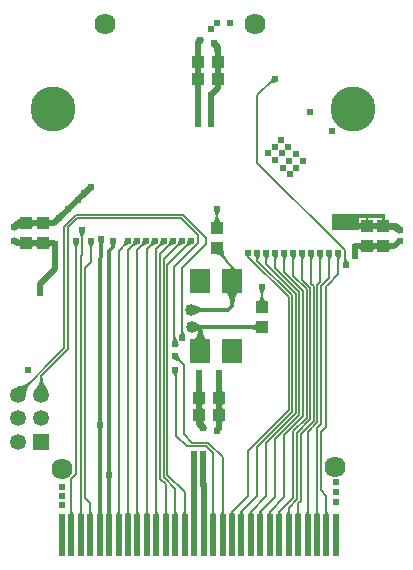
<source format=gbl>
%FSLAX24Y24*%
%MOIN*%
G70*
G01*
G75*
G04 Layer_Physical_Order=4*
G04 Layer_Color=16711680*
%ADD10C,0.0060*%
%ADD11C,0.0100*%
%ADD12C,0.0140*%
%ADD13C,0.0200*%
%ADD14R,0.0197X0.1417*%
%ADD15R,0.0433X0.0394*%
%ADD16R,0.0276X0.0571*%
%ADD17R,0.0394X0.0433*%
%ADD18R,0.0400X0.1000*%
G04:AMPARAMS|DCode=19|XSize=31.5mil|YSize=74.8mil|CornerRadius=0mil|HoleSize=0mil|Usage=FLASHONLY|Rotation=135.000|XOffset=0mil|YOffset=0mil|HoleType=Round|Shape=Round|*
%AMOVALD19*
21,1,0.0433,0.0315,0.0000,0.0000,225.0*
1,1,0.0315,0.0153,0.0153*
1,1,0.0315,-0.0153,-0.0153*
%
%ADD19OVALD19*%

G04:AMPARAMS|DCode=20|XSize=31.5mil|YSize=74.8mil|CornerRadius=0mil|HoleSize=0mil|Usage=FLASHONLY|Rotation=45.000|XOffset=0mil|YOffset=0mil|HoleType=Round|Shape=Round|*
%AMOVALD20*
21,1,0.0433,0.0315,0.0000,0.0000,135.0*
1,1,0.0315,0.0153,-0.0153*
1,1,0.0315,-0.0153,0.0153*
%
%ADD20OVALD20*%

G04:AMPARAMS|DCode=21|XSize=39.4mil|YSize=43.3mil|CornerRadius=0mil|HoleSize=0mil|Usage=FLASHONLY|Rotation=45.000|XOffset=0mil|YOffset=0mil|HoleType=Round|Shape=Rectangle|*
%AMROTATEDRECTD21*
4,1,4,0.0014,-0.0292,-0.0292,0.0014,-0.0014,0.0292,0.0292,-0.0014,0.0014,-0.0292,0.0*
%
%ADD21ROTATEDRECTD21*%

%ADD22C,0.0705*%
%ADD23R,0.0530X0.0530*%
%ADD24C,0.0530*%
%ADD25C,0.0240*%
%ADD26C,0.0400*%
%ADD27C,0.1500*%
%ADD28C,0.0400*%
G04:AMPARAMS|DCode=29|XSize=94mil|YSize=94mil|CornerRadius=0mil|HoleSize=0mil|Usage=FLASHONLY|Rotation=0.000|XOffset=0mil|YOffset=0mil|HoleType=Round|Shape=Relief|Width=8mil|Gap=10mil|Entries=4|*
%AMTHD29*
7,0,0,0.0940,0.0740,0.0080,45*
%
%ADD29THD29*%
%ADD30C,0.0780*%
%ADD31C,0.0594*%
G04:AMPARAMS|DCode=32|XSize=75.433mil|YSize=75.433mil|CornerRadius=0mil|HoleSize=0mil|Usage=FLASHONLY|Rotation=0.000|XOffset=0mil|YOffset=0mil|HoleType=Round|Shape=Relief|Width=8mil|Gap=10mil|Entries=4|*
%AMTHD32*
7,0,0,0.0754,0.0554,0.0080,45*
%
%ADD32THD32*%
%ADD33C,0.0320*%
%ADD34C,0.0440*%
%ADD35R,0.0669X0.0827*%
G36*
X11550Y7361D02*
X11540D01*
Y7085D01*
X11460D01*
Y7361D01*
X11243D01*
D01*
D01*
X11243Y7361D01*
X11207D01*
Y7361D01*
X10990D01*
Y7085D01*
X10950D01*
Y7045D01*
X10693D01*
Y6950D01*
X9800D01*
Y7500D01*
X11550D01*
Y7361D01*
D02*
G37*
%LPC*%
G36*
X10910D02*
X10693D01*
Y7125D01*
X10910D01*
Y7361D01*
D02*
G37*
%LPD*%
D10*
X10064Y6136D02*
G03*
X10000Y5983I154J-154D01*
G01*
D02*
G03*
X9936Y6136I-217J0D01*
G01*
X6014Y7586D02*
G03*
X5950Y7433I154J-154D01*
G01*
D02*
G03*
X5886Y7586I-217J0D01*
G01*
X7514Y4986D02*
G03*
X7450Y4833I154J-154D01*
G01*
D02*
G03*
X7386Y4986I-217J0D01*
G01*
X9464Y6136D02*
G03*
X9400Y5983I154J-154D01*
G01*
D02*
G03*
X9336Y6136I-217J0D01*
G01*
X9164D02*
G03*
X9100Y5983I154J-154D01*
G01*
D02*
G03*
X9036Y6136I-217J0D01*
G01*
X8864D02*
G03*
X8800Y5983I154J-154D01*
G01*
D02*
G03*
X8736Y6136I-217J0D01*
G01*
X8564D02*
G03*
X8500Y5983I154J-154D01*
G01*
D02*
G03*
X8436Y6136I-217J0D01*
G01*
X8264D02*
G03*
X8200Y5983I154J-154D01*
G01*
D02*
G03*
X8136Y6136I-217J0D01*
G01*
X7964D02*
G03*
X7900Y5983I154J-154D01*
G01*
D02*
G03*
X7836Y6136I-217J0D01*
G01*
X7664D02*
G03*
X7600Y5983I154J-154D01*
G01*
D02*
G03*
X7536Y6136I-217J0D01*
G01*
X7364D02*
G03*
X7300Y5983I154J-154D01*
G01*
D02*
G03*
X7236Y6136I-217J0D01*
G01*
X5100Y6510D02*
G03*
X4946Y6446I0J-217D01*
G01*
X4946Y6446D02*
G03*
X5010Y6600I-154J154D01*
G01*
X4800Y6510D02*
G03*
X4646Y6446I0J-217D01*
G01*
X4646Y6446D02*
G03*
X4710Y6600I-154J154D01*
G01*
X4500Y6510D02*
G03*
X4346Y6446I0J-217D01*
G01*
X4346Y6446D02*
G03*
X4410Y6600I-154J154D01*
G01*
X4200Y6510D02*
G03*
X4046Y6446I0J-217D01*
G01*
X4046Y6446D02*
G03*
X4110Y6600I-154J154D01*
G01*
X3900Y6510D02*
G03*
X3746Y6446I0J-217D01*
G01*
X3746Y6446D02*
G03*
X3810Y6600I-154J154D01*
G01*
X3600Y6510D02*
G03*
X3446Y6446I0J-217D01*
G01*
X3446Y6446D02*
G03*
X3510Y6600I-154J154D01*
G01*
X3300Y6510D02*
G03*
X3146Y6446I0J-217D01*
G01*
X3146Y6446D02*
G03*
X3210Y6600I-154J154D01*
G01*
X3000Y6510D02*
G03*
X2846Y6446I0J-217D01*
G01*
X2846Y6446D02*
G03*
X2910Y6600I-154J154D01*
G01*
X9764Y6136D02*
G03*
X9700Y5983I154J-154D01*
G01*
D02*
G03*
X9636Y6136I-217J0D01*
G01*
X7900Y11970D02*
G03*
X7757Y11911I0J-202D01*
G01*
X7900Y11910D02*
G03*
X7655Y11809I0J-346D01*
G01*
X7784Y11938D02*
G03*
X7810Y12000I-62J62D01*
G01*
X1314Y6536D02*
G03*
X1243Y6365I172J-172D01*
G01*
Y6401D02*
G03*
X1186Y6536I-192J0D01*
G01*
X1514Y6886D02*
G03*
X1450Y6733I154J-154D01*
G01*
D02*
G03*
X1386Y6886I-217J0D01*
G01*
X1814Y6536D02*
G03*
X1750Y6383I154J-154D01*
G01*
D02*
G03*
X1686Y6536I-217J0D01*
G01*
X4736Y3414D02*
G03*
X4800Y3567I-154J154D01*
G01*
D02*
G03*
X4864Y3414I217J0D01*
G01*
X4486Y3214D02*
G03*
X4530Y3319I-105J105D01*
G01*
Y3271D02*
G03*
X4571Y3171I141J0D01*
G01*
X4530Y3416D02*
G03*
X4614Y3214I286J0D01*
G01*
X4600Y2107D02*
G03*
X4529Y2279I-243J0D01*
G01*
X4600Y1962D02*
G03*
X4486Y2236I-388J0D01*
G01*
X4640Y2750D02*
G03*
X4704Y2596I217J0D01*
G01*
X4704Y2596D02*
G03*
X4550Y2660I-154J-154D01*
G01*
X10186Y5864D02*
G03*
X10210Y5921I-57J57D01*
G01*
Y5969D02*
G03*
X10271Y5821I209J0D01*
G01*
X10210Y6114D02*
G03*
X10314Y5864I354J0D01*
G01*
X7374Y4480D02*
G03*
X7450Y4662I-182J182D01*
G01*
X7332Y4522D02*
G03*
X7450Y4807I-285J285D01*
G01*
Y4662D02*
G03*
X7526Y4480I258J0D01*
G01*
X7450Y4807D02*
G03*
X7568Y4522I403J0D01*
G01*
X5874Y7130D02*
G03*
X5950Y7312I-182J182D01*
G01*
X5832Y7172D02*
G03*
X5950Y7457I-285J285D01*
G01*
Y7312D02*
G03*
X6026Y7130I258J0D01*
G01*
X5950Y7457D02*
G03*
X6068Y7172I403J0D01*
G01*
X5997Y6346D02*
G03*
X6098Y6102I344J0D01*
G01*
X6057Y6346D02*
G03*
X6200Y6000I489J0D01*
G01*
X6117Y6346D02*
G03*
X6302Y5898I634J0D01*
G01*
X6072Y6129D02*
G03*
X5950Y6179I-121J-121D01*
G01*
X6376Y5621D02*
G03*
X6463Y5737I-35J116D01*
G01*
D02*
G03*
X6550Y5621I121J0D01*
G01*
X1050Y-2554D02*
G03*
X1098Y-2437I-117J117D01*
G01*
D02*
G03*
X1146Y-2554I165J0D01*
G01*
X1680D02*
G03*
X1728Y-2437I-117J117D01*
G01*
D02*
G03*
X1776Y-2554I165J0D01*
G01*
X1365D02*
G03*
X1413Y-2437I-117J117D01*
G01*
D02*
G03*
X1461Y-2554I165J0D01*
G01*
X9554D02*
G03*
X9602Y-2437I-117J117D01*
G01*
D02*
G03*
X9650Y-2554I165J0D01*
G01*
X8924D02*
G03*
X8972Y-2437I-117J117D01*
G01*
D02*
G03*
X9020Y-2554I165J0D01*
G01*
X9239D02*
G03*
X9287Y-2437I-117J117D01*
G01*
D02*
G03*
X9335Y-2554I165J0D01*
G01*
X8294D02*
G03*
X8342Y-2437I-117J117D01*
G01*
D02*
G03*
X8391Y-2554I165J0D01*
G01*
X8609D02*
G03*
X8657Y-2437I-117J117D01*
G01*
D02*
G03*
X8705Y-2554I165J0D01*
G01*
X7979Y-2553D02*
G03*
X8027Y-2440I-111J113D01*
G01*
D02*
G03*
X8075Y-2553I158J0D01*
G01*
X6405D02*
G03*
X6452Y-2440I-111J113D01*
G01*
D02*
G03*
X6500Y-2553I158J0D01*
G01*
X6089Y-2554D02*
G03*
X6137Y-2437I-117J117D01*
G01*
D02*
G03*
X6186Y-2554I165J0D01*
G01*
X7035Y-2553D02*
G03*
X7082Y-2440I-111J113D01*
G01*
D02*
G03*
X7130Y-2553I158J0D01*
G01*
X6720D02*
G03*
X6767Y-2440I-111J113D01*
G01*
D02*
G03*
X6815Y-2553I158J0D01*
G01*
X7349D02*
G03*
X7397Y-2440I-111J113D01*
G01*
D02*
G03*
X7445Y-2553I158J0D01*
G01*
X7664D02*
G03*
X7712Y-2440I-111J113D01*
G01*
D02*
G03*
X7760Y-2553I158J0D01*
G01*
X4514Y-2554D02*
G03*
X4563Y-2437I-117J117D01*
G01*
D02*
G03*
X4611Y-2554I165J0D01*
G01*
X4199D02*
G03*
X4248Y-2437I-117J117D01*
G01*
D02*
G03*
X4296Y-2554I165J0D01*
G01*
X4829D02*
G03*
X4878Y-2437I-117J117D01*
G01*
D02*
G03*
X4926Y-2554I165J0D01*
G01*
X5774D02*
G03*
X5822Y-2437I-117J117D01*
G01*
D02*
G03*
X5871Y-2554I165J0D01*
G01*
X2624D02*
G03*
X2673Y-2437I-117J117D01*
G01*
D02*
G03*
X2721Y-2554I165J0D01*
G01*
X3254D02*
G03*
X3303Y-2437I-117J117D01*
G01*
D02*
G03*
X3351Y-2554I165J0D01*
G01*
X2939D02*
G03*
X2988Y-2437I-117J117D01*
G01*
D02*
G03*
X3036Y-2554I165J0D01*
G01*
X3569D02*
G03*
X3618Y-2437I-117J117D01*
G01*
D02*
G03*
X3666Y-2554I165J0D01*
G01*
X3884D02*
G03*
X3933Y-2437I-117J117D01*
G01*
D02*
G03*
X3981Y-2554I165J0D01*
G01*
X-687Y1590D02*
G03*
X-491Y1671I0J278D01*
G01*
X-687Y1650D02*
G03*
X-389Y1774I0J422D01*
G01*
X-687Y1710D02*
G03*
X-286Y1876I0J567D01*
G01*
X-491Y1671D02*
G03*
X-572Y1475I196J-196D01*
G01*
X-389Y1774D02*
G03*
X-512Y1475I299J-299D01*
G01*
X-286Y1876D02*
G03*
X-452Y1475I401J-401D01*
G01*
X19Y1556D02*
G03*
X100Y1752I-196J196D01*
G01*
X-24Y1599D02*
G03*
X100Y1897I-299J299D01*
G01*
X-66Y1641D02*
G03*
X100Y2042I-401J401D01*
G01*
Y1752D02*
G03*
X181Y1556I278J0D01*
G01*
X100Y1897D02*
G03*
X224Y1599I422J0D01*
G01*
X100Y2042D02*
G03*
X266Y1641I567J0D01*
G01*
X10200Y5850D02*
X10300D01*
X10200D02*
X10210Y5860D01*
X4800Y3350D02*
Y5700D01*
X5600Y6500D01*
Y6633D01*
Y6700D01*
X4830Y7470D02*
X5600Y6700D01*
X4731Y7470D02*
X4830D01*
X1250D02*
X4731D01*
X850Y7070D02*
X1250Y7470D01*
X850Y3012D02*
Y7070D01*
X-687Y1475D02*
X850Y3012D01*
X4530Y3250D02*
X4638Y3142D01*
X4530Y3250D02*
Y5733D01*
X5187Y6390D01*
X5310Y6513D01*
Y6800D01*
X4760Y7350D02*
X5310Y6800D01*
X1300Y7350D02*
X4760D01*
X1000Y7050D02*
X1300Y7350D01*
X1000Y2993D02*
Y7050D01*
X100Y2093D02*
X1000Y2993D01*
X100Y1475D02*
Y2093D01*
X7847Y12000D02*
X7900D01*
X7300Y11453D02*
X7847Y12000D01*
X7300Y9200D02*
Y11453D01*
Y9200D02*
X10210Y6290D01*
Y5860D02*
Y6290D01*
X10250Y5800D02*
X10300Y5850D01*
X5500Y-1500D02*
X5507Y-1507D01*
X4950Y-250D02*
X5600D01*
X4550Y2750D02*
X4850Y2450D01*
Y150D02*
Y2450D01*
X5650Y-130D02*
X6137Y-618D01*
Y-3213D02*
Y-618D01*
X4850Y150D02*
X5130Y-130D01*
X5650D01*
X5822Y-478D02*
X5825Y-475D01*
X5822Y-3213D02*
Y-478D01*
X5600Y-250D02*
X5825Y-475D01*
X4600Y100D02*
X4950Y-250D01*
X4600Y100D02*
Y2250D01*
X4550Y2300D02*
X4600Y2250D01*
X4300Y377D02*
Y5800D01*
X4180Y-1280D02*
Y5980D01*
X4060Y-1330D02*
Y6160D01*
X3933Y-3213D02*
Y6333D01*
X4300Y-1200D02*
Y377D01*
X3933Y6333D02*
X4200Y6600D01*
X4060Y-1330D02*
X4248Y-1517D01*
X4060Y6160D02*
X4500Y6600D01*
X4180Y-1280D02*
X4563Y-1663D01*
X4180Y5980D02*
X4800Y6600D01*
X4300Y-1200D02*
X4878Y-1778D01*
X4300Y5800D02*
X5100Y6600D01*
X1450Y6697D02*
Y6950D01*
Y6697D02*
X1460Y6687D01*
Y6130D02*
Y6687D01*
X1413Y6083D02*
X1460Y6130D01*
X1413Y-3213D02*
Y6083D01*
X4878Y-3213D02*
Y-1778D01*
X1750Y5889D02*
Y6600D01*
X1550Y5689D02*
X1750Y5889D01*
X1550Y-1972D02*
Y5689D01*
Y-1972D02*
X1728Y-2149D01*
Y-3213D02*
Y-2149D01*
X1243Y6593D02*
X1250Y6600D01*
X1243Y-1183D02*
Y6593D01*
X1098Y-1328D02*
X1243Y-1183D01*
X1098Y-3213D02*
Y-1328D01*
X9287Y-3213D02*
Y364D01*
X9420Y497D01*
Y5078D01*
X9700Y5358D01*
Y6200D01*
X6463Y5250D02*
Y5737D01*
X5950Y6250D02*
X6463Y5737D01*
X5950Y6250D02*
Y6365D01*
X2673Y-3213D02*
Y6273D01*
X3000Y6600D01*
X2988Y-3213D02*
Y6288D01*
X3300Y6600D01*
X3303Y6303D02*
X3600Y6600D01*
X3303Y-3213D02*
Y6303D01*
X3618Y-3213D02*
Y6318D01*
X3900Y6600D01*
X4248Y-3213D02*
Y-1517D01*
X4563Y-3213D02*
Y-1663D01*
X6452Y-3213D02*
Y-2440D01*
X7000Y-1892D01*
Y-396D01*
Y6070D02*
Y6200D01*
Y-396D02*
X8340Y944D01*
X7000Y6070D02*
X8340Y4730D01*
Y944D02*
Y4730D01*
X6767Y-3213D02*
Y-2440D01*
X7300Y-1907D01*
Y-265D01*
Y5939D02*
Y6200D01*
Y-265D02*
X8460Y895D01*
X7300Y5939D02*
X8460Y4779D01*
Y895D02*
Y4779D01*
X7082Y-3213D02*
Y-2440D01*
X7600Y-1922D01*
Y-135D01*
Y5809D02*
Y6200D01*
Y-135D02*
X8580Y845D01*
X7600Y5809D02*
X8580Y4829D01*
Y845D02*
Y4829D01*
X7397Y-3213D02*
Y-2440D01*
X7900Y-1937D01*
Y-5D01*
Y5679D02*
Y6200D01*
Y-5D02*
X8700Y795D01*
X7900Y5679D02*
X8700Y4879D01*
Y795D02*
Y4879D01*
X7712Y-3213D02*
Y-2440D01*
X8200Y-1952D01*
Y126D01*
Y5549D02*
Y6200D01*
Y126D02*
X8820Y746D01*
X8200Y5549D02*
X8820Y4929D01*
Y746D02*
Y4929D01*
X8027Y-3213D02*
Y-2440D01*
X8500Y-1967D01*
Y256D02*
X8940Y696D01*
X8500Y-1967D02*
Y256D01*
Y5418D02*
Y6200D01*
X8940Y696D02*
Y4978D01*
X8500Y5418D02*
X8940Y4978D01*
X8342Y-3213D02*
Y-2295D01*
X8620Y-2017D01*
Y206D01*
X9060Y646D01*
X8800Y5288D02*
X9060Y5028D01*
X8800Y5288D02*
Y6200D01*
X9060Y646D02*
Y5028D01*
X8657Y-3213D02*
Y-2149D01*
X8740Y-2067D01*
Y156D01*
X9180Y596D01*
X9100Y5158D02*
X9180Y5078D01*
X9100Y5158D02*
Y6200D01*
X9180Y596D02*
Y5078D01*
X8972Y-3213D02*
Y219D01*
X9300Y547D01*
Y5127D01*
X9400Y5227D01*
Y6200D01*
X7450Y4385D02*
Y5050D01*
X5950Y7035D02*
Y7650D01*
X9602Y-3213D02*
Y-1902D01*
X9420Y-1720D02*
X9602Y-1902D01*
X9420Y-1720D02*
Y218D01*
X9602Y400D01*
Y5090D01*
X9640Y5128D01*
X10000Y5488D01*
Y6200D01*
D11*
X9950Y7069D02*
X9965Y7085D01*
X10550Y6400D02*
X10565Y6415D01*
D12*
X5192Y4392D02*
G03*
X5414Y4300I222J222D01*
G01*
D02*
G03*
X5192Y4208I0J-314D01*
G01*
X2535Y6565D02*
G03*
X2500Y6479I85J-85D01*
G01*
D02*
G03*
X2465Y6565I-121J0D01*
G01*
X2135Y6615D02*
G03*
X2100Y6529I85J-85D01*
G01*
D02*
G03*
X2065Y6615I-121J0D01*
G01*
X5214Y3800D02*
G03*
X5400Y3715I186J161D01*
G01*
D02*
G03*
X5214Y3630I0J-247D01*
G01*
X2358Y-1340D02*
G03*
X2315Y-1235I-148J0D01*
G01*
Y-1165D02*
G03*
X2358Y-1060I-104J104D01*
G01*
X2085Y415D02*
G03*
X2043Y312I102J-102D01*
G01*
Y588D02*
G03*
X2085Y485I145J0D01*
G01*
X7360Y3626D02*
G03*
X7144Y3715I-217J-217D01*
G01*
D02*
G03*
X7360Y3805I0J306D01*
G01*
X5213Y3193D02*
G03*
X5400Y3645I-452J452D01*
G01*
D02*
G03*
X5587Y3193I639J0D01*
G01*
X6650Y4984D02*
G03*
X6463Y4532I452J-452D01*
G01*
D02*
G03*
X6276Y4984I-639J0D01*
G01*
X2043Y-3213D02*
Y5992D01*
X5950Y250D02*
X6035Y335D01*
X5193Y-3213D02*
X5200Y-3205D01*
X2043Y5992D02*
X2100Y6049D01*
Y6650D01*
X2358Y-3213D02*
Y6258D01*
X2500Y6400D01*
Y6600D01*
X5115Y3715D02*
X5400D01*
Y2927D02*
Y3715D01*
X5100Y4300D02*
X6326D01*
X6463Y4437D01*
Y5250D01*
X5400Y3715D02*
X7450D01*
D13*
X5365Y723D02*
G03*
X5514Y364I508J0D01*
G01*
X5936Y264D02*
G03*
X6035Y503I-238J238D01*
G01*
X12036Y6936D02*
G03*
X11677Y7085I-359J-359D01*
G01*
X5414Y13286D02*
G03*
X5315Y13047I238J-238D01*
G01*
X5985Y12827D02*
G03*
X5836Y13186I-508J0D01*
G01*
X-786Y6614D02*
G03*
X-547Y6515I238J238D01*
G01*
X-427Y7185D02*
G03*
X-786Y7036I0J-508D01*
G01*
X6103Y732D02*
G03*
X6035Y566I165J-165D01*
G01*
X6035Y566D02*
G03*
X5966Y732I-234J0D01*
G01*
Y868D02*
G03*
X6035Y1034I-165J165D01*
G01*
Y1034D02*
G03*
X6103Y868I234J0D01*
G01*
X5434Y732D02*
G03*
X5365Y566I165J-165D01*
G01*
D02*
G03*
X5297Y732I-234J-0D01*
G01*
X5297Y868D02*
G03*
X5365Y1034I-165J165D01*
G01*
D02*
G03*
X5434Y868I234J-0D01*
G01*
X82Y6447D02*
G03*
X-84Y6515I-165J-165D01*
G01*
D02*
G03*
X82Y6584I0J234D01*
G01*
X218D02*
G03*
X384Y6515I165J165D01*
G01*
D02*
G03*
X218Y6447I0J-234D01*
G01*
X82Y7116D02*
G03*
X-84Y7185I-165J-165D01*
G01*
D02*
G03*
X82Y7253I0J234D01*
G01*
X218D02*
G03*
X384Y7185I165J165D01*
G01*
D02*
G03*
X218Y7116I0J-234D01*
G01*
X5384Y12482D02*
G03*
X5315Y12316I165J-165D01*
G01*
X5315Y12316D02*
G03*
X5247Y12482I-234J-0D01*
G01*
Y12618D02*
G03*
X5315Y12784I-165J165D01*
G01*
D02*
G03*
X5384Y12618I234J-0D01*
G01*
X6053Y12482D02*
G03*
X5985Y12316I165J-165D01*
G01*
X5985Y12316D02*
G03*
X5916Y12482I-234J0D01*
G01*
X5916Y12618D02*
G03*
X5985Y12784I-165J165D01*
G01*
Y12784D02*
G03*
X6053Y12618I234J0D01*
G01*
X10882Y7016D02*
G03*
X10716Y7085I-165J-165D01*
G01*
D02*
G03*
X10882Y7153I0J234D01*
G01*
X11018D02*
G03*
X11184Y7085I165J165D01*
G01*
D02*
G03*
X11018Y7016I0J-234D01*
G01*
Y6484D02*
G03*
X11184Y6415I165J165D01*
G01*
X11184D02*
G03*
X11018Y6347I0J-234D01*
G01*
X10882D02*
G03*
X10716Y6415I-165J-165D01*
G01*
X10716D02*
G03*
X10882Y6484I0J234D01*
G01*
X11432Y7016D02*
G03*
X11266Y7085I-165J-165D01*
G01*
D02*
G03*
X11432Y7153I0J234D01*
G01*
X11568D02*
G03*
X11734Y7085I165J165D01*
G01*
D02*
G03*
X11568Y7016I0J-234D01*
G01*
X11432Y6347D02*
G03*
X11266Y6415I-165J-165D01*
G01*
D02*
G03*
X11432Y6484I0J234D01*
G01*
X11568D02*
G03*
X11734Y6415I165J165D01*
G01*
D02*
G03*
X11568Y6347I0J-234D01*
G01*
X5966Y1418D02*
G03*
X6035Y1584I-165J165D01*
G01*
D02*
G03*
X6103Y1418I234J0D01*
G01*
Y1282D02*
G03*
X6035Y1116I165J-165D01*
G01*
D02*
G03*
X5966Y1282I-234J0D01*
G01*
X5297Y1418D02*
G03*
X5365Y1584I-165J165D01*
G01*
D02*
G03*
X5434Y1418I234J0D01*
G01*
Y1282D02*
G03*
X5365Y1116I165J-165D01*
G01*
D02*
G03*
X5297Y1282I-234J0D01*
G01*
X5384Y11932D02*
G03*
X5315Y11766I165J-165D01*
G01*
D02*
G03*
X5247Y11932I-234J0D01*
G01*
Y12068D02*
G03*
X5315Y12234I-165J165D01*
G01*
D02*
G03*
X5384Y12068I234J0D01*
G01*
X6053Y11932D02*
G03*
X5985Y11766I165J-165D01*
G01*
D02*
G03*
X5916Y11932I-234J0D01*
G01*
Y12068D02*
G03*
X5985Y12234I-165J165D01*
G01*
D02*
G03*
X6053Y12068I234J0D01*
G01*
X-468Y6447D02*
G03*
X-634Y6515I-165J-165D01*
G01*
D02*
G03*
X-468Y6584I-0J234D01*
G01*
X-332Y6584D02*
G03*
X-166Y6515I165J165D01*
G01*
D02*
G03*
X-332Y6447I-0J-234D01*
G01*
X-468Y7116D02*
G03*
X-634Y7185I-165J-165D01*
G01*
D02*
G03*
X-468Y7253I0J234D01*
G01*
X-332Y7253D02*
G03*
X-166Y7185I165J165D01*
G01*
X-166Y7185D02*
G03*
X-332Y7116I0J-234D01*
G01*
X-381Y7266D02*
G03*
X-674Y7176I-61J-324D01*
G01*
X-349Y7275D02*
G03*
X-611Y7239I-107J-191D01*
G01*
X-447Y7100D02*
G03*
X-798Y7052I-143J-255D01*
G01*
X50Y4850D02*
Y5150D01*
X550Y5650D01*
Y6150D01*
X150Y6515D02*
X535D01*
X-715D02*
X150D01*
X550Y6150D02*
Y6500D01*
X535Y6515D02*
X550Y6500D01*
X-800Y6600D02*
X-715Y6515D01*
X150Y7185D02*
X535D01*
X-665D02*
X150D01*
X535D02*
X1750Y8400D01*
X-800Y7050D02*
X-665Y7185D01*
X5850Y13200D02*
X5985Y13065D01*
Y11685D02*
Y13065D01*
X5750Y11450D02*
X5985Y11685D01*
X5750Y10500D02*
Y11450D01*
X5315Y10500D02*
Y13215D01*
X5400Y13300D01*
X9965Y7085D02*
X10950D01*
X10550Y6100D02*
Y6400D01*
X10565Y6415D02*
X10950D01*
X11865D01*
X12050Y6600D01*
X11500Y7085D02*
X11915D01*
X10950D02*
X11500D01*
X11915D02*
X12050Y6950D01*
X6035Y335D02*
Y1350D01*
Y2185D01*
X5365Y1350D02*
Y2200D01*
Y485D02*
Y1350D01*
Y485D02*
X5500Y350D01*
X5200Y-3205D02*
Y-500D01*
X5500Y-1500D02*
Y-500D01*
X5507Y-3134D02*
Y-1507D01*
D14*
X3933Y-3213D02*
D03*
X3618D02*
D03*
X2988D02*
D03*
X3303D02*
D03*
X2358D02*
D03*
X2673D02*
D03*
X5822D02*
D03*
X5507D02*
D03*
X4878D02*
D03*
X5193D02*
D03*
X4248D02*
D03*
X4563D02*
D03*
X7712D02*
D03*
X7397D02*
D03*
X6767D02*
D03*
X7082D02*
D03*
X6137D02*
D03*
X6452D02*
D03*
X8027D02*
D03*
X8657D02*
D03*
X8342D02*
D03*
X9287D02*
D03*
X8972D02*
D03*
X9602D02*
D03*
X9917D02*
D03*
X2043D02*
D03*
X1413D02*
D03*
X1728D02*
D03*
X783D02*
D03*
X1098D02*
D03*
D15*
X5985Y12000D02*
D03*
X5315D02*
D03*
X5365Y1350D02*
D03*
X6035D02*
D03*
X5985Y12550D02*
D03*
X5315D02*
D03*
X5365Y800D02*
D03*
X6035Y800D02*
D03*
D17*
X-400Y7185D02*
D03*
Y6515D02*
D03*
X11500Y6415D02*
D03*
Y7085D02*
D03*
X10950Y6415D02*
D03*
Y7085D02*
D03*
X150Y7185D02*
D03*
Y6515D02*
D03*
X5950Y6365D02*
D03*
Y7035D02*
D03*
X7450Y3715D02*
D03*
Y4385D02*
D03*
D22*
X7210Y13830D02*
D03*
X2210D02*
D03*
X800Y-1000D02*
D03*
X9900Y-930D02*
D03*
D23*
X100Y-100D02*
D03*
D24*
X-687D02*
D03*
X100Y687D02*
D03*
X-687D02*
D03*
X100Y1475D02*
D03*
X-687D02*
D03*
D25*
X2050Y450D02*
D03*
X2350Y-1200D02*
D03*
X-350Y2300D02*
D03*
X50Y4850D02*
D03*
X1528Y8178D02*
D03*
X1750Y8400D02*
D03*
X1318Y7968D02*
D03*
X1000Y7650D02*
D03*
X693Y7343D02*
D03*
X550Y6500D02*
D03*
Y6150D02*
D03*
X-800Y7050D02*
D03*
Y6600D02*
D03*
X5750Y11150D02*
D03*
Y10800D02*
D03*
Y11450D02*
D03*
X5315Y11500D02*
D03*
Y11250D02*
D03*
Y11000D02*
D03*
Y10750D02*
D03*
Y10500D02*
D03*
X5750D02*
D03*
X6400Y13850D02*
D03*
X5950D02*
D03*
X5750Y13650D02*
D03*
X5850Y13200D02*
D03*
X5400Y13300D02*
D03*
X9950Y7069D02*
D03*
X10450Y7350D02*
D03*
X10200D02*
D03*
X10450Y7085D02*
D03*
X10200D02*
D03*
X10550Y6100D02*
D03*
Y6400D02*
D03*
X10250Y5800D02*
D03*
X12050Y6600D02*
D03*
Y6950D02*
D03*
X6035Y1700D02*
D03*
Y1950D02*
D03*
Y2185D02*
D03*
X5365Y1700D02*
D03*
Y1950D02*
D03*
Y2200D02*
D03*
X5950Y250D02*
D03*
X5500Y350D02*
D03*
X9917Y-1450D02*
D03*
Y-2100D02*
D03*
X5200Y-1800D02*
D03*
Y-1500D02*
D03*
Y-1150D02*
D03*
Y-800D02*
D03*
Y-500D02*
D03*
X5500Y-1500D02*
D03*
Y-1150D02*
D03*
Y-800D02*
D03*
X5507Y-1800D02*
D03*
X5500Y-500D02*
D03*
X4550Y2750D02*
D03*
Y2300D02*
D03*
Y3150D02*
D03*
X4800Y3350D02*
D03*
X2100Y6650D02*
D03*
X2500Y6600D02*
D03*
X1750D02*
D03*
X1450Y6950D02*
D03*
X1250Y6600D02*
D03*
X7900Y12000D02*
D03*
X783Y-2217D02*
D03*
X9700Y6200D02*
D03*
X3000Y6600D02*
D03*
X3300D02*
D03*
X3600D02*
D03*
X3900D02*
D03*
X4200D02*
D03*
X4500D02*
D03*
X4800D02*
D03*
X5100D02*
D03*
X7000Y6200D02*
D03*
X7300D02*
D03*
X7600D02*
D03*
X7900D02*
D03*
X8200D02*
D03*
X8100Y9957D02*
D03*
X9043Y10900D02*
D03*
X8810Y9250D02*
D03*
X9800Y10243D02*
D03*
X8500Y6200D02*
D03*
X8800D02*
D03*
X9100D02*
D03*
X9400D02*
D03*
X7450Y5050D02*
D03*
X5950Y7650D02*
D03*
X783Y-1617D02*
D03*
Y-1917D02*
D03*
X8590Y9030D02*
D03*
X8360Y9260D02*
D03*
X8580Y9480D02*
D03*
X8330Y9730D02*
D03*
X8110Y9510D02*
D03*
X7880Y9740D02*
D03*
X7660Y9520D02*
D03*
X7890Y9290D02*
D03*
X8140Y9040D02*
D03*
X8370Y8810D02*
D03*
X9920Y-1760D02*
D03*
X10000Y6200D02*
D03*
D26*
X5115Y3715D02*
D03*
X5100Y4300D02*
D03*
D27*
X10500Y11000D02*
D03*
X500D02*
D03*
D35*
X6463Y2927D02*
D03*
Y5250D02*
D03*
X5400Y2927D02*
D03*
Y5250D02*
D03*
M02*

</source>
